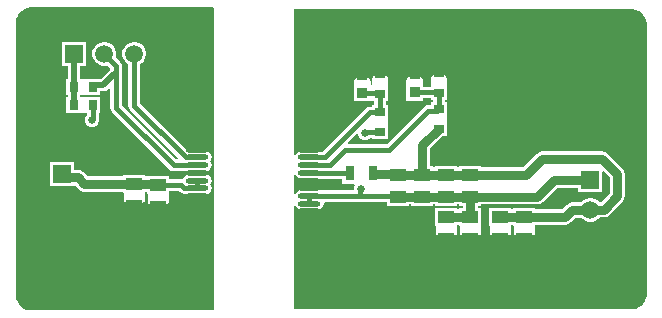
<source format=gtl>
G04*
G04 #@! TF.GenerationSoftware,Altium Limited,Altium Designer,21.6.4 (81)*
G04*
G04 Layer_Physical_Order=1*
G04 Layer_Color=255*
%FSLAX25Y25*%
%MOIN*%
G70*
G04*
G04 #@! TF.SameCoordinates,13C5D553-5763-431C-9762-CD72675E1F57*
G04*
G04*
G04 #@! TF.FilePolarity,Positive*
G04*
G01*
G75*
%ADD15R,0.05315X0.03937*%
%ADD16O,0.07480X0.01968*%
%ADD17R,0.03347X0.02756*%
%ADD18R,0.03740X0.03740*%
%ADD19R,0.02756X0.03347*%
%ADD20R,0.02953X0.04921*%
%ADD32C,0.03000*%
%ADD33C,0.01800*%
%ADD34C,0.02000*%
%ADD35R,0.05906X0.05906*%
%ADD36C,0.05906*%
%ADD37R,0.05906X0.05906*%
%ADD38C,0.02559*%
G36*
X300284Y385425D02*
X300425Y385284D01*
X300501Y385100D01*
Y385000D01*
Y285000D01*
Y284900D01*
X300425Y284716D01*
X300284Y284575D01*
X300100Y284499D01*
X239458D01*
X238395Y284710D01*
X237394Y285125D01*
X236493Y285727D01*
X235727Y286493D01*
X235125Y287394D01*
X234710Y288395D01*
X234499Y289458D01*
Y290000D01*
Y380000D01*
Y380542D01*
X234710Y381605D01*
X235125Y382606D01*
X235727Y383507D01*
X236493Y384273D01*
X237394Y384875D01*
X238395Y385290D01*
X239458Y385502D01*
X300100D01*
X300284Y385425D01*
D02*
G37*
G36*
X327777Y329580D02*
X328215Y328924D01*
X328871Y328485D01*
X329646Y328331D01*
X335157D01*
X335589Y328417D01*
X343347D01*
Y326716D01*
X347290D01*
X347516Y326217D01*
X347220Y325502D01*
Y324614D01*
X335589D01*
X335157Y324700D01*
X329646D01*
X328871Y324546D01*
X328215Y324108D01*
X327777Y323451D01*
X327761Y323371D01*
X327260Y323420D01*
Y329612D01*
X327761Y329661D01*
X327777Y329580D01*
D02*
G37*
G36*
X441219Y384751D02*
X442129Y384374D01*
X442948Y383827D01*
X443644Y383131D01*
X444191Y382312D01*
X444568Y381402D01*
X444761Y380436D01*
Y379943D01*
Y289943D01*
Y289451D01*
X444568Y288485D01*
X444191Y287575D01*
X443644Y286756D01*
X442948Y286060D01*
X442129Y285512D01*
X441219Y285136D01*
X440253Y284943D01*
X327260D01*
Y319375D01*
X327761Y319425D01*
X327777Y319344D01*
X328215Y318688D01*
X328871Y318249D01*
X329646Y318095D01*
X335157D01*
X335932Y318249D01*
X336588Y318688D01*
X337027Y319344D01*
X337181Y320118D01*
X337134Y320353D01*
X337451Y320740D01*
X358343D01*
Y319390D01*
X365657D01*
Y319809D01*
X366342D01*
Y319390D01*
X373657D01*
Y319809D01*
X374342D01*
Y319390D01*
X381658D01*
Y319809D01*
X382343D01*
Y319390D01*
X383451D01*
Y318610D01*
X382343D01*
Y318191D01*
X381658D01*
Y318610D01*
X374342D01*
Y312673D01*
X374421D01*
Y310425D01*
X374499Y310035D01*
X374720Y309704D01*
X375051Y309483D01*
X375441Y309406D01*
X380559D01*
X380949Y309483D01*
X381280Y309704D01*
X381501Y310035D01*
X381579Y310425D01*
Y312673D01*
X381658D01*
Y313093D01*
X382343D01*
Y312673D01*
X382421D01*
Y310425D01*
X382499Y310035D01*
X382720Y309704D01*
X383051Y309483D01*
X383441Y309406D01*
X388559D01*
X388949Y309483D01*
X389280Y309704D01*
X389501Y310035D01*
X389579Y310425D01*
Y312673D01*
X389657D01*
Y318610D01*
X388549D01*
Y319390D01*
X389657D01*
Y319809D01*
X408358D01*
X409334Y320003D01*
X410161Y320556D01*
X415056Y325451D01*
X422047D01*
Y324047D01*
X429953D01*
Y330789D01*
X430415Y330980D01*
X432451Y328944D01*
Y323583D01*
X429451Y320582D01*
X429008D01*
X428427Y321163D01*
X427526Y321683D01*
X426520Y321953D01*
X425480D01*
X424474Y321683D01*
X423573Y321163D01*
X422959Y320549D01*
X420000D01*
X419025Y320355D01*
X418198Y319802D01*
X416586Y318191D01*
X407657D01*
Y318610D01*
X400343D01*
Y318191D01*
X399658D01*
Y318610D01*
X392342D01*
Y312673D01*
X392421D01*
Y310425D01*
X392499Y310035D01*
X392720Y309704D01*
X393051Y309483D01*
X393441Y309406D01*
X398559D01*
X398949Y309483D01*
X399280Y309704D01*
X399501Y310035D01*
X399579Y310425D01*
Y312673D01*
X399658D01*
Y313093D01*
X400343D01*
Y312673D01*
X400421D01*
Y310425D01*
X400499Y310035D01*
X400720Y309704D01*
X401051Y309483D01*
X401441Y309406D01*
X406559D01*
X406949Y309483D01*
X407280Y309704D01*
X407501Y310035D01*
X407579Y310425D01*
Y312673D01*
X407657D01*
Y313093D01*
X417642D01*
X418617Y313287D01*
X419444Y313839D01*
X421056Y315451D01*
X422959D01*
X423573Y314837D01*
X424474Y314317D01*
X425480Y314047D01*
X426520D01*
X427526Y314317D01*
X428427Y314837D01*
X429074Y315484D01*
X430507D01*
X431482Y315678D01*
X432309Y316231D01*
X436802Y320725D01*
X437355Y321551D01*
X437549Y322527D01*
Y330000D01*
X437355Y330976D01*
X436802Y331802D01*
X431802Y336802D01*
X430975Y337355D01*
X430000Y337549D01*
X410000D01*
X409024Y337355D01*
X408198Y336802D01*
X403586Y332191D01*
X389657D01*
Y332610D01*
X382343D01*
Y332191D01*
X381658D01*
Y332610D01*
X374342D01*
Y332191D01*
X373657D01*
Y332610D01*
X372549D01*
Y338519D01*
X376676Y342646D01*
X378173D01*
Y347402D01*
X378094D01*
Y349142D01*
X378173D01*
Y353898D01*
X377437D01*
Y354646D01*
X378173D01*
Y359402D01*
X378094D01*
Y362043D01*
X378017Y362434D01*
X377796Y362764D01*
X377465Y362985D01*
X377075Y363063D01*
X373925D01*
X373535Y362985D01*
X373204Y362764D01*
X372983Y362434D01*
X372906Y362043D01*
Y359402D01*
X372827D01*
Y359108D01*
X370370D01*
Y360189D01*
X370291D01*
Y361256D01*
X370214Y361646D01*
X369993Y361977D01*
X369662Y362198D01*
X369272Y362276D01*
X365728D01*
X365338Y362198D01*
X365007Y361977D01*
X364786Y361646D01*
X364709Y361256D01*
Y360189D01*
X364630D01*
Y354449D01*
X370370D01*
Y355234D01*
X372827D01*
Y354646D01*
X373563D01*
Y353898D01*
X372827D01*
Y352979D01*
X372042D01*
X371300Y352832D01*
X370672Y352412D01*
X368130Y349870D01*
X368130Y349870D01*
X358198Y339937D01*
X345330D01*
X345139Y340399D01*
X348220Y343481D01*
X348721Y343274D01*
Y343047D01*
X349067Y342209D01*
X349709Y341567D01*
X350547Y341220D01*
X351453D01*
X352291Y341567D01*
X352786Y342063D01*
X353327D01*
Y341622D01*
X358673D01*
Y346378D01*
X358594D01*
Y348118D01*
X358673D01*
Y352874D01*
X357937D01*
Y354374D01*
X358673D01*
Y359130D01*
X358594D01*
Y361772D01*
X358517Y362162D01*
X358296Y362493D01*
X357965Y362714D01*
X357575Y362791D01*
X354425D01*
X354035Y362714D01*
X353704Y362493D01*
X353483Y362162D01*
X353406Y361772D01*
Y359625D01*
X353370Y359596D01*
X352870Y359837D01*
Y359917D01*
X352791D01*
Y360984D01*
X352714Y361374D01*
X352493Y361705D01*
X352162Y361926D01*
X351772Y362004D01*
X348228D01*
X347838Y361926D01*
X347507Y361705D01*
X347286Y361374D01*
X347209Y360984D01*
Y359917D01*
X347130D01*
Y354177D01*
X352870D01*
Y354270D01*
X353327Y354374D01*
Y354374D01*
X354063D01*
Y352874D01*
X353327D01*
Y352433D01*
X352496D01*
X351755Y352286D01*
X351126Y351866D01*
X336702Y337442D01*
X335427D01*
X335157Y337496D01*
X329646D01*
X328871Y337342D01*
X328215Y336903D01*
X327777Y336247D01*
X327761Y336166D01*
X327260Y336215D01*
Y384943D01*
X440253D01*
X441219Y384751D01*
D02*
G37*
%LPC*%
G36*
X274520Y373953D02*
X273480D01*
X272474Y373683D01*
X271573Y373163D01*
X270837Y372427D01*
X270317Y371526D01*
X270047Y370520D01*
Y369480D01*
X270317Y368474D01*
X270837Y367573D01*
X271573Y366837D01*
X272063Y366554D01*
Y352762D01*
X272210Y352021D01*
X272630Y351393D01*
X288710Y335313D01*
X288519Y334851D01*
X287889D01*
X269937Y352802D01*
Y363230D01*
Y366000D01*
X269790Y366741D01*
X269370Y367370D01*
X267806Y368933D01*
X267953Y369480D01*
Y370520D01*
X267683Y371526D01*
X267163Y372427D01*
X266427Y373163D01*
X265526Y373683D01*
X264520Y373953D01*
X263480D01*
X262474Y373683D01*
X261573Y373163D01*
X260837Y372427D01*
X260317Y371526D01*
X260047Y370520D01*
Y369480D01*
X260317Y368474D01*
X260837Y367573D01*
X261573Y366837D01*
X262474Y366317D01*
X263480Y366047D01*
X264520D01*
X265067Y366194D01*
X265955Y365305D01*
X265917Y364758D01*
X265789Y364672D01*
X262829Y361712D01*
X260626D01*
X260626Y361712D01*
X260429Y361673D01*
X257870D01*
Y361594D01*
X256130D01*
Y361673D01*
X255915D01*
Y366047D01*
X257953D01*
Y373953D01*
X250047D01*
Y366047D01*
X251837D01*
Y361673D01*
X251374D01*
Y356327D01*
X251837D01*
Y355673D01*
X251374D01*
Y350327D01*
X256130D01*
Y350406D01*
X257870D01*
Y350327D01*
X258311D01*
Y349535D01*
X258067Y349291D01*
X257720Y348453D01*
Y347547D01*
X258067Y346709D01*
X258709Y346068D01*
X259547Y345721D01*
X260453D01*
X261291Y346068D01*
X261932Y346709D01*
X262280Y347547D01*
Y348453D01*
X262185Y348681D01*
Y350327D01*
X262626D01*
Y355673D01*
X257870D01*
Y355594D01*
X256130D01*
Y355673D01*
X255915D01*
Y356327D01*
X256130D01*
Y356406D01*
X257870D01*
Y356327D01*
X262626D01*
Y357634D01*
X263673D01*
X264454Y357789D01*
X265115Y358231D01*
X265601Y358717D01*
X266063Y358526D01*
Y352000D01*
X266210Y351259D01*
X266630Y350630D01*
X285717Y331544D01*
X286345Y331124D01*
X287087Y330976D01*
X291812D01*
X292244Y330890D01*
X297756D01*
X298530Y331044D01*
X299186Y331483D01*
X299625Y332139D01*
X299779Y332913D01*
X299625Y333688D01*
X299287Y334193D01*
X299625Y334698D01*
X299779Y335472D01*
X299625Y336247D01*
X299186Y336903D01*
X298530Y337342D01*
X297756Y337496D01*
X292244D01*
X292046Y337456D01*
X275937Y353565D01*
Y366554D01*
X276427Y366837D01*
X277163Y367573D01*
X277683Y368474D01*
X277953Y369480D01*
Y370520D01*
X277683Y371526D01*
X277163Y372427D01*
X276427Y373163D01*
X275526Y373683D01*
X274520Y373953D01*
D02*
G37*
G36*
X253953Y333953D02*
X246047D01*
Y326047D01*
X253953D01*
Y326047D01*
X254422Y325973D01*
X255556Y324839D01*
X256383Y324287D01*
X257358Y324093D01*
X270342D01*
Y323673D01*
X270421D01*
Y321425D01*
X270499Y321035D01*
X270720Y320704D01*
X271051Y320483D01*
X271441Y320406D01*
X276559D01*
X276949Y320483D01*
X277280Y320704D01*
X277501Y321035D01*
X277579Y321425D01*
Y323673D01*
X277658D01*
Y324093D01*
X278343D01*
Y323315D01*
X278421D01*
Y321067D01*
X278499Y320677D01*
X278720Y320346D01*
X279051Y320125D01*
X279441Y320047D01*
X284559D01*
X284949Y320125D01*
X285280Y320346D01*
X285501Y320677D01*
X285579Y321067D01*
Y323315D01*
X285658D01*
Y324346D01*
X288914D01*
X289362Y323899D01*
X289990Y323479D01*
X290732Y323331D01*
X291650D01*
X292244Y323213D01*
X297756D01*
X298530Y323367D01*
X299186Y323806D01*
X299625Y324462D01*
X299779Y325236D01*
X299625Y326010D01*
X299287Y326516D01*
X299625Y327021D01*
X299779Y327795D01*
X299625Y328570D01*
X299186Y329226D01*
X298530Y329664D01*
X297756Y329818D01*
X292244D01*
X291470Y329664D01*
X290813Y329226D01*
X290375Y328570D01*
X290283Y328108D01*
X289717Y328221D01*
X285658D01*
Y329252D01*
X278343D01*
Y329191D01*
X277658D01*
Y329610D01*
X270342D01*
Y329191D01*
X258414D01*
X256937Y330668D01*
X256110Y331220D01*
X255135Y331414D01*
X253953D01*
Y333953D01*
D02*
G37*
%LPD*%
D15*
X282000Y326284D02*
D03*
Y319000D02*
D03*
X274000Y319358D02*
D03*
Y326642D02*
D03*
X378000Y308358D02*
D03*
Y315642D02*
D03*
X386000Y308358D02*
D03*
Y315642D02*
D03*
Y329642D02*
D03*
Y322358D02*
D03*
X396000Y308358D02*
D03*
Y315642D02*
D03*
X404000Y308358D02*
D03*
Y315642D02*
D03*
X362000Y329642D02*
D03*
Y322358D02*
D03*
X370000Y329642D02*
D03*
Y322358D02*
D03*
X378000Y329642D02*
D03*
Y322358D02*
D03*
D16*
X332402Y297087D02*
D03*
Y299646D02*
D03*
Y302205D02*
D03*
Y304764D02*
D03*
Y307323D02*
D03*
Y309882D02*
D03*
Y312441D02*
D03*
Y315000D02*
D03*
Y317559D02*
D03*
Y320118D02*
D03*
Y322677D02*
D03*
Y325236D02*
D03*
Y327795D02*
D03*
Y330354D02*
D03*
Y332913D02*
D03*
Y335472D02*
D03*
Y338032D02*
D03*
Y340591D02*
D03*
X295000Y297087D02*
D03*
Y299646D02*
D03*
Y302205D02*
D03*
Y304764D02*
D03*
Y307323D02*
D03*
Y309882D02*
D03*
Y312441D02*
D03*
Y315000D02*
D03*
Y317559D02*
D03*
Y320118D02*
D03*
Y322677D02*
D03*
Y325236D02*
D03*
Y327795D02*
D03*
Y330354D02*
D03*
Y332913D02*
D03*
Y335472D02*
D03*
Y338032D02*
D03*
Y340591D02*
D03*
D17*
X375500Y345024D02*
D03*
Y351520D02*
D03*
Y357024D02*
D03*
Y363520D02*
D03*
X356000Y344000D02*
D03*
Y350496D02*
D03*
Y356752D02*
D03*
Y363248D02*
D03*
D18*
X367500Y363224D02*
D03*
Y357319D02*
D03*
X350000Y362953D02*
D03*
Y357047D02*
D03*
D19*
X253752Y353000D02*
D03*
X260248D02*
D03*
X253752Y359000D02*
D03*
X260248D02*
D03*
D20*
X353697Y330177D02*
D03*
X345823D02*
D03*
D32*
X430000Y335000D02*
X435000Y330000D01*
X410000Y335000D02*
X430000D01*
X435000Y322527D02*
Y330000D01*
X430507Y318033D02*
X435000Y322527D01*
X426033Y318033D02*
X430507D01*
X426000Y318000D02*
X426033Y318033D01*
X404642Y329642D02*
X410000Y335000D01*
X386000Y329642D02*
X404642D01*
X257358Y326642D02*
X274000D01*
X281642D01*
X251135Y328865D02*
X255135D01*
X257358Y326642D01*
X250000Y330000D02*
X251135Y328865D01*
X281642Y326642D02*
X282000Y326284D01*
X360984Y322500D02*
X361858D01*
X360842Y322358D02*
X360984Y322500D01*
X386000Y322358D02*
X408358D01*
X370000Y329642D02*
Y339575D01*
X375449Y345024D01*
X375500D01*
X378179Y308179D02*
X425821D01*
X361642Y330000D02*
X362000Y329642D01*
X353874Y330000D02*
X361642D01*
X370000Y329642D02*
X378000D01*
X386000D01*
X404000Y315642D02*
X417642D01*
X396000D02*
X404000D01*
X420000Y318000D02*
X426000D01*
X417642Y315642D02*
X420000Y318000D01*
X378000Y308358D02*
X378179Y308179D01*
X425821D02*
X426000Y308000D01*
X414000Y328000D02*
X426000D01*
X408358Y322358D02*
X414000Y328000D01*
X386000Y315642D02*
Y322358D01*
X378000Y315642D02*
X386000D01*
X378000Y322358D02*
X386000D01*
X370000D02*
X378000D01*
X362000D02*
X370000D01*
X362000Y329642D02*
X370000D01*
D33*
X290732Y325268D02*
X294968D01*
X295000Y325236D01*
X282000Y326284D02*
X289717D01*
X290732Y325268D01*
X292212Y327717D02*
X292290Y327795D01*
X294936D01*
X295000Y325236D02*
Y327795D01*
X349355Y322950D02*
Y324904D01*
X332402Y322677D02*
X361858D01*
X332402Y320118D02*
Y322677D01*
X349355Y324904D02*
X349500Y325049D01*
X361858Y322500D02*
X362000Y322358D01*
X351000Y343500D02*
X351500Y344000D01*
X356000D01*
X337505Y335505D02*
X352496Y350496D01*
X356000D01*
X332434Y335505D02*
X337505D01*
X332402Y332913D02*
X339074D01*
X344161Y338000D01*
X359000D01*
X369500Y348500D01*
Y348500D01*
X372042Y351042D01*
X332402Y330354D02*
X345468D01*
X367500Y363224D02*
X367648Y363372D01*
X375500Y351520D02*
Y357024D01*
X372042Y351042D02*
X375022D01*
X375500Y351520D01*
X356000Y350496D02*
Y356752D01*
X350000Y357047D02*
X350148Y356900D01*
X355852D01*
X356000Y356752D01*
X332402Y335472D02*
X332434Y335505D01*
X375352Y363372D02*
X375500Y363520D01*
X375352Y357171D02*
X375500Y357024D01*
X367500Y357319D02*
X367648Y357171D01*
X375352D01*
X332402Y338032D02*
Y340591D01*
X260000Y348205D02*
X260248Y348453D01*
Y353000D01*
X260000Y348000D02*
Y348205D01*
X268000Y352000D02*
Y363230D01*
X264000Y370000D02*
X268000Y366000D01*
Y363230D02*
Y366000D01*
Y352000D02*
X287087Y332913D01*
X295000D01*
X274000Y352762D02*
X291258Y335505D01*
X274000Y352762D02*
Y370000D01*
X291258Y335505D02*
X294968D01*
X295000Y335472D01*
D34*
X263673Y359673D02*
X267231Y363230D01*
X260626Y359673D02*
X263673D01*
X260248Y359295D02*
X260626Y359673D01*
X260248Y359000D02*
Y359295D01*
X253876Y353124D02*
Y369876D01*
X254000Y370000D01*
X253752Y353000D02*
X253876Y353124D01*
X345468Y330532D02*
X345823Y330177D01*
D35*
X254000Y370000D02*
D03*
D36*
X264000D02*
D03*
X274000D02*
D03*
X284000D02*
D03*
X250000Y320000D02*
D03*
X426000Y318000D02*
D03*
Y308000D02*
D03*
D37*
X250000Y330000D02*
D03*
X426000Y328000D02*
D03*
D38*
X415000Y340000D02*
D03*
X425000D02*
D03*
X349500Y325049D02*
D03*
X339500Y326500D02*
D03*
X430000Y350000D02*
D03*
X435000Y340000D02*
D03*
Y300000D02*
D03*
X430000Y290000D02*
D03*
X420000Y350000D02*
D03*
X425000Y300000D02*
D03*
X420000Y290000D02*
D03*
X410000Y350000D02*
D03*
X415000Y300000D02*
D03*
X410000Y290000D02*
D03*
X405000Y380000D02*
D03*
X400000Y350000D02*
D03*
X405000Y340000D02*
D03*
X400000Y290000D02*
D03*
X395000Y380000D02*
D03*
Y360000D02*
D03*
X390000Y350000D02*
D03*
X395000Y340000D02*
D03*
X390000Y290000D02*
D03*
X385000Y380000D02*
D03*
X380000Y370000D02*
D03*
X385000Y360000D02*
D03*
X380000Y290000D02*
D03*
X375000Y380000D02*
D03*
X370000Y310000D02*
D03*
X375000Y300000D02*
D03*
X370000Y290000D02*
D03*
X365000Y380000D02*
D03*
X360000Y370000D02*
D03*
X355000Y380000D02*
D03*
X345000D02*
D03*
X340000Y370000D02*
D03*
X345000Y360000D02*
D03*
X340000Y350000D02*
D03*
Y310000D02*
D03*
Y290000D02*
D03*
X335000Y380000D02*
D03*
X330000Y370000D02*
D03*
X335000Y360000D02*
D03*
X330000Y350000D02*
D03*
Y290000D02*
D03*
X295000Y380000D02*
D03*
X290000Y370000D02*
D03*
X295000Y360000D02*
D03*
X290000Y350000D02*
D03*
Y290000D02*
D03*
X285000Y360000D02*
D03*
X280000Y310000D02*
D03*
X285000Y300000D02*
D03*
X280000Y290000D02*
D03*
X275000Y340000D02*
D03*
X270000Y310000D02*
D03*
X275000Y300000D02*
D03*
X265000Y340000D02*
D03*
Y320000D02*
D03*
X260000Y310000D02*
D03*
X265000Y300000D02*
D03*
X250000Y350000D02*
D03*
X245000Y380000D02*
D03*
X240000Y370000D02*
D03*
X245000Y360000D02*
D03*
X240000Y350000D02*
D03*
Y330000D02*
D03*
Y310000D02*
D03*
X351000Y343500D02*
D03*
X260000Y348000D02*
D03*
M02*

</source>
